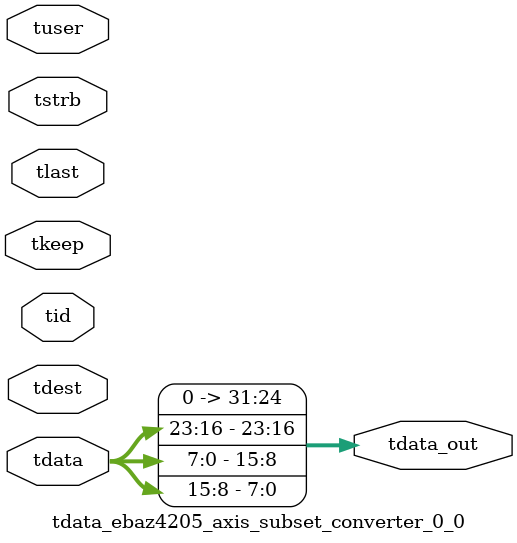
<source format=v>


`timescale 1ps/1ps

module tdata_ebaz4205_axis_subset_converter_0_0 #
(
parameter C_S_AXIS_TDATA_WIDTH = 32,
parameter C_S_AXIS_TUSER_WIDTH = 0,
parameter C_S_AXIS_TID_WIDTH   = 0,
parameter C_S_AXIS_TDEST_WIDTH = 0,
parameter C_M_AXIS_TDATA_WIDTH = 32
)
(
input  [(C_S_AXIS_TDATA_WIDTH == 0 ? 1 : C_S_AXIS_TDATA_WIDTH)-1:0     ] tdata,
input  [(C_S_AXIS_TUSER_WIDTH == 0 ? 1 : C_S_AXIS_TUSER_WIDTH)-1:0     ] tuser,
input  [(C_S_AXIS_TID_WIDTH   == 0 ? 1 : C_S_AXIS_TID_WIDTH)-1:0       ] tid,
input  [(C_S_AXIS_TDEST_WIDTH == 0 ? 1 : C_S_AXIS_TDEST_WIDTH)-1:0     ] tdest,
input  [(C_S_AXIS_TDATA_WIDTH/8)-1:0 ] tkeep,
input  [(C_S_AXIS_TDATA_WIDTH/8)-1:0 ] tstrb,
input                                                                    tlast,
output [C_M_AXIS_TDATA_WIDTH-1:0] tdata_out
);

assign tdata_out = {tdata[23:16],tdata[7:0],tdata[15:8]};

endmodule


</source>
